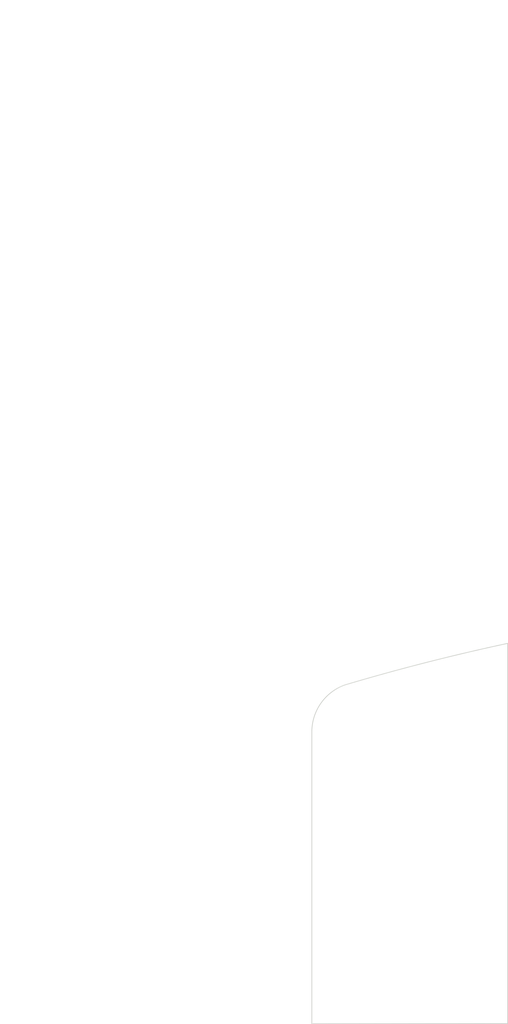
<source format=kicad_pcb>
(kicad_pcb (version 20211014) (generator pcbnew)

  (general
    (thickness 1.6)
  )

  (paper "A4")
  (layers
    (0 "F.Cu" signal)
    (31 "B.Cu" signal)
    (32 "B.Adhes" user "B.Adhesive")
    (33 "F.Adhes" user "F.Adhesive")
    (34 "B.Paste" user)
    (35 "F.Paste" user)
    (36 "B.SilkS" user "B.Silkscreen")
    (37 "F.SilkS" user "F.Silkscreen")
    (38 "B.Mask" user)
    (39 "F.Mask" user)
    (40 "Dwgs.User" user "User.Drawings")
    (41 "Cmts.User" user "User.Comments")
    (42 "Eco1.User" user "User.Eco1")
    (43 "Eco2.User" user "User.Eco2")
    (44 "Edge.Cuts" user)
    (45 "Margin" user)
    (46 "B.CrtYd" user "B.Courtyard")
    (47 "F.CrtYd" user "F.Courtyard")
    (48 "B.Fab" user)
    (49 "F.Fab" user)
  )

  (setup
    (stackup
      (layer "F.SilkS" (type "Top Silk Screen"))
      (layer "F.Paste" (type "Top Solder Paste"))
      (layer "F.Mask" (type "Top Solder Mask") (thickness 0.01))
      (layer "F.Cu" (type "copper") (thickness 0.035))
      (layer "dielectric 1" (type "core") (thickness 1.51) (material "FR4") (epsilon_r 4.5) (loss_tangent 0.02))
      (layer "B.Cu" (type "copper") (thickness 0.035))
      (layer "B.Mask" (type "Bottom Solder Mask") (thickness 0.01))
      (layer "B.Paste" (type "Bottom Solder Paste"))
      (layer "B.SilkS" (type "Bottom Silk Screen"))
      (copper_finish "None")
      (dielectric_constraints no)
    )
    (pad_to_mask_clearance 0.2)
    (pcbplotparams
      (layerselection 0x00010fc_ffffffff)
      (disableapertmacros false)
      (usegerberextensions true)
      (usegerberattributes false)
      (usegerberadvancedattributes false)
      (creategerberjobfile false)
      (svguseinch false)
      (svgprecision 6)
      (excludeedgelayer true)
      (plotframeref false)
      (viasonmask false)
      (mode 1)
      (useauxorigin false)
      (hpglpennumber 1)
      (hpglpenspeed 20)
      (hpglpendiameter 15.000000)
      (dxfpolygonmode true)
      (dxfimperialunits true)
      (dxfusepcbnewfont true)
      (psnegative false)
      (psa4output false)
      (plotreference true)
      (plotvalue false)
      (plotinvisibletext false)
      (sketchpadsonfab false)
      (subtractmaskfromsilk true)
      (outputformat 1)
      (mirror false)
      (drillshape 0)
      (scaleselection 1)
      (outputdirectory "../../Gerbers/PCB/")
    )
  )

  (net 0 "")

  (gr_line (start 49.676679 -38.227998) (end 49.676679 -38.227998) (layer "Cmts.User") (width 0.1) (tstamp f64ffca7-3c88-48d2-8d78-4bd7ec67bd1b))
  (gr_line (start 45.503294 -44.952764) (end 45.503294 -44.952764) (layer "Eco2.User") (width 0.1) (tstamp 9110f47f-a990-4603-9888-a44e93a8108c))
  (gr_arc (start 89.1 41.75) (mid 99.373478 38.910808) (end 109.75 36.475) (layer "Edge.Cuts") (width 0.1) (tstamp 0771effd-7157-42ad-a2fa-c1f52ab00ced))
  (gr_line (start 84.95 84.65) (end 109.75 84.625) (layer "Edge.Cuts") (width 0.1) (tstamp 202e7808-888b-4f98-8f1f-14ca0b9c08ae))
  (gr_line (start 109.75 84.625) (end 109.75 36.475) (layer "Edge.Cuts") (width 0.1) (tstamp 86f084c0-692f-4936-93bf-242cf2c36236))
  (gr_line (start 84.95 47.5) (end 84.95 84.65) (layer "Edge.Cuts") (width 0.1) (tstamp bbadea36-dfe1-4963-bc50-f78f70c7f4c9))
  (gr_arc (start 84.95 47.5) (mid 86.142713 43.988219) (end 89.1 41.75) (layer "Edge.Cuts") (width 0.1) (tstamp cfe2ed27-40ad-4f47-8e92-fd262e0b7f69))

)

</source>
